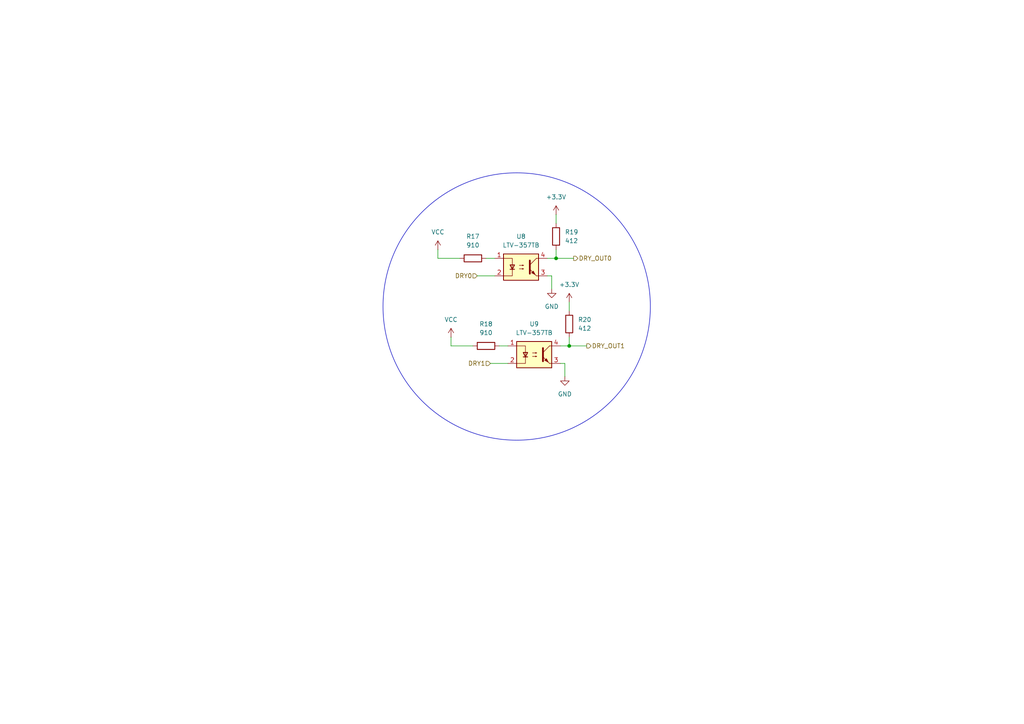
<source format=kicad_sch>
(kicad_sch (version 20250114) (generator "eeschema") (generator_version "9.0")
  (paper "A4")
  (lib_symbols
    (symbol "Device:R" (pin_numbers (hide yes)) (pin_names (offset 0))
      (property "Reference" "R" (at 2.032 0 90))
      (property "Value" "R" (at 0 0 90))
      (symbol "R_0_1"
        (rectangle (start -1.016 -2.54) (end 1.016 2.54) (stroke (width 0.254)))
      )
      (symbol "R_1_1"
        (pin passive line (at 0 3.81 270) (length 1.27) (name "~") (number "1"))
        (pin passive line (at 0 -3.81 90) (length 1.27) (name "~") (number "2"))
      )
    )
    (symbol "Isolator:LTV-357T" (pin_names (offset 1.016))
      (property "Reference" "U" (at -5.334 4.826 0))
      (property "Value" "LTV-357T" (at 0 5.08 0))
      (symbol "LTV-357T_0_1"
        (rectangle (start -5.08 3.81) (end 5.08 -3.81) (stroke (width 0.254)) (fill (type background)))
        (polyline (pts (xy -5.08 2.54) (xy -2.54 2.54) (xy -2.54 -0.762)))
        (polyline (pts (xy -3.175 -0.635) (xy -1.905 -0.635)) (stroke (width 0.254)))
        (polyline (pts (xy -2.54 -0.635) (xy -2.54 -2.54) (xy -5.08 -2.54)))
        (polyline (pts (xy -2.54 -0.635) (xy -3.175 0.635) (xy -1.905 0.635) (xy -2.54 -0.635)) (stroke (width 0.254)))
        (polyline (pts (xy -0.508 0.508) (xy 0.762 0.508) (xy 0.381 0.381) (xy 0.381 0.635) (xy 0.762 0.508)))
        (polyline (pts (xy -0.508 -0.508) (xy 0.762 -0.508) (xy 0.381 -0.635) (xy 0.381 -0.381) (xy 0.762 -0.508)))
        (polyline (pts (xy 2.54 1.905) (xy 2.54 -1.905) (xy 2.54 -1.905)) (stroke (width 0.508)))
        (polyline (pts (xy 2.54 0.635) (xy 4.445 2.54)))
        (polyline (pts (xy 3.048 -1.651) (xy 3.556 -1.143) (xy 4.064 -2.159) (xy 3.048 -1.651) (xy 3.048 -1.651)) (fill (type outline)))
        (polyline (pts (xy 4.445 2.54) (xy 5.08 2.54)))
        (polyline (pts (xy 4.445 -2.54) (xy 2.54 -0.635)) (fill (type outline)))
        (polyline (pts (xy 4.445 -2.54) (xy 5.08 -2.54)))
      )
      (symbol "LTV-357T_1_1"
        (pin passive line (at -7.62 2.54 0) (length 2.54) (name "~") (number "1"))
        (pin passive line (at -7.62 -2.54 0) (length 2.54) (name "~") (number "2"))
        (pin passive line (at 7.62 2.54 180) (length 2.54) (name "~") (number "4"))
        (pin passive line (at 7.62 -2.54 180) (length 2.54) (name "~") (number "3"))
      )
    )
    (symbol "power:+3.3V" (power) (pin_numbers (hide yes)) (pin_names (offset 0) (hide yes))
      (property "Value" "+3.3V" (at 0 3.556 0))
      (symbol "+3.3V_0_1"
        (polyline (pts (xy -0.762 1.27) (xy 0 2.54)))
        (polyline (pts (xy 0 2.54) (xy 0.762 1.27)))
        (polyline (pts (xy 0 0) (xy 0 2.54)))
      )
      (symbol "+3.3V_1_1"
        (pin power_in line (at 0 0 90) (length 0) (name "~") (number "1"))
      )
    )
    (symbol "power:GND" (power) (pin_numbers (hide yes)) (pin_names (offset 0) (hide yes))
      (property "Value" "GND" (at 0 -3.81 0))
      (symbol "GND_0_1"
        (polyline (pts (xy 0 0) (xy 0 -1.27) (xy 1.27 -1.27) (xy 0 -2.54) (xy -1.27 -1.27) (xy 0 -1.27)))
      )
      (symbol "GND_1_1"
        (pin power_in line (at 0 0 270) (length 0) (name "~") (number "1"))
      )
    )
    (symbol "power:VCC" (power) (pin_numbers (hide yes)) (pin_names (offset 0) (hide yes))
      (property "Value" "VCC" (at 0 3.556 0))
      (symbol "VCC_0_1"
        (polyline (pts (xy -0.762 1.27) (xy 0 2.54)))
        (polyline (pts (xy 0 2.54) (xy 0.762 1.27)))
        (polyline (pts (xy 0 0) (xy 0 2.54)))
      )
      (symbol "VCC_1_1"
        (pin power_in line (at 0 0 90) (length 0) (name "~") (number "1"))
      )
    )
  )
  (circle (center 149.86 88.9) (radius 38.7714))
  (junction (at 165.1 100.33))
  (junction (at 161.29 74.93))
  (wire (pts (xy 165.1 100.33) (xy 170.18 100.33)))
  (wire (pts (xy 127 74.93) (xy 133.35 74.93)))
  (wire (pts (xy 130.81 100.33) (xy 137.16 100.33)))
  (wire (pts (xy 161.29 62.23) (xy 161.29 64.77)))
  (wire (pts (xy 144.78 100.33) (xy 147.32 100.33)))
  (wire (pts (xy 161.29 74.93) (xy 161.29 72.39)))
  (wire (pts (xy 138.43 80.01) (xy 143.51 80.01)))
  (wire (pts (xy 140.97 74.93) (xy 143.51 74.93)))
  (wire (pts (xy 130.81 97.79) (xy 130.81 100.33)))
  (wire (pts (xy 127 72.39) (xy 127 74.93)))
  (wire (pts (xy 163.83 109.22) (xy 163.83 105.41)))
  (wire (pts (xy 158.75 74.93) (xy 161.29 74.93)))
  (wire (pts (xy 162.56 100.33) (xy 165.1 100.33)))
  (wire (pts (xy 142.24 105.41) (xy 147.32 105.41)))
  (wire (pts (xy 160.02 83.82) (xy 160.02 80.01)))
  (wire (pts (xy 161.29 74.93) (xy 166.37 74.93)))
  (wire (pts (xy 163.83 105.41) (xy 162.56 105.41)))
  (wire (pts (xy 165.1 87.63) (xy 165.1 90.17)))
  (wire (pts (xy 160.02 80.01) (xy 158.75 80.01)))
  (wire (pts (xy 165.1 100.33) (xy 165.1 97.79)))
  (hierarchical_label "DRY_OUT0" (shape output) (at 166.37 74.93 0))
  (hierarchical_label "DRY1" (shape input) (at 142.24 105.41 180))
  (hierarchical_label "DRY_OUT1" (shape output) (at 170.18 100.33 0))
  (hierarchical_label "DRY0" (shape input) (at 138.43 80.01 180))
  (symbol (lib_id "Device:R") (at 161.29 68.58 180) (unit 1)
    (property "Reference" "R19" (at 163.83 67.3099 0) (effects (justify right)))
    (property "Value" "412" (at 163.83 69.8499 0) (effects (justify right)))
    (property "Footprint" "Resistor_SMD:R_0603_1608Metric" (effects (hide yes)))
    (property "Description" "Resistor" (effects (hide yes)))
    (instances (project "NIVARA" (path "" (reference "R19") (unit 1))) (project "NIVARA_ZorionX_BOARD" (path "" (reference "R?") (unit 1))))
  )
  (symbol (lib_id "power:+3.3V") (at 161.29 62.23 0) (unit 1)
    (property "Reference" "#PWR046" (effects (hide yes)))
    (property "Value" "+3.3V" (at 161.29 57.15 0))
    (property "Description" "Power symbol creates a global label with name \"+3.3V\"" (effects (hide yes)))
    (instances (project "NIVARA" (path "" (reference "#PWR046") (unit 1))) (project "NIVARA_ZorionX_BOARD" (path "" (reference "#PWR?") (unit 1))))
  )
  (symbol (lib_id "power:+3.3V") (at 165.1 87.63 0) (unit 1)
    (property "Reference" "#PWR048" (effects (hide yes)))
    (property "Value" "+3.3V" (at 165.1 82.55 0))
    (property "Description" "Power symbol creates a global label with name \"+3.3V\"" (effects (hide yes)))
    (instances (project "NIVARA" (path "" (reference "#PWR048") (unit 1))) (project "NIVARA_ZorionX_BOARD" (path "" (reference "#PWR?") (unit 1))))
  )
  (symbol (lib_id "power:VCC") (at 127 72.39 0) (unit 1)
    (property "Reference" "#PWR043" (effects (hide yes)))
    (property "Value" "VCC" (at 127 67.31 0))
    (property "Description" "Power symbol creates a global label with name \"VCC\"" (effects (hide yes)))
    (instances (project "" (path "" (reference "#PWR043") (unit 1))) (project "NIVARA_ZorionX_BOARD" (path "" (reference "#PWR?") (unit 1))))
  )
  (symbol (lib_id "Isolator:LTV-357T") (at 151.13 77.47 0) (unit 1)
    (property "Reference" "U8" (at 151.13 68.58 0))
    (property "Value" "LTV-357TB" (at 151.13 71.12 0))
    (property "Footprint" "Package_SO:SO-4_4.4x3.6mm_P2.54mm" (effects (hide yes)))
    (property "Datasheet" "https://www.buerklin.com/medias/sys_master/download/download/h91/ha0/8892020588574.pdf" (effects (hide yes)))
    (property "Description" "DC Optocoupler, Vce 35V, CTR 50%, SO-4" (effects (hide yes)))
    (instances (project "NIVARA" (path "" (reference "U8") (unit 1))) (project "NIVARA_ZorionX_BOARD" (path "" (reference "U?") (unit 1))))
  )
  (symbol (lib_id "Device:R") (at 165.1 93.98 180) (unit 1)
    (property "Reference" "R20" (at 167.64 92.7099 0) (effects (justify right)))
    (property "Value" "412" (at 167.64 95.2499 0) (effects (justify right)))
    (property "Footprint" "Resistor_SMD:R_0603_1608Metric" (effects (hide yes)))
    (property "Description" "Resistor" (effects (hide yes)))
    (instances (project "NIVARA" (path "" (reference "R20") (unit 1))) (project "NIVARA_ZorionX_BOARD" (path "" (reference "R?") (unit 1))))
  )
  (symbol (lib_id "Device:R") (at 137.16 74.93 90) (unit 1)
    (property "Reference" "R17" (at 137.16 68.58 90))
    (property "Value" "910" (at 137.16 71.12 90))
    (property "Footprint" "Resistor_SMD:R_0603_1608Metric" (effects (hide yes)))
    (property "Description" "Resistor" (effects (hide yes)))
    (property "LCSC#" "C114670" (effects (hide yes)))
    (instances (project "NIVARA" (path "" (reference "R17") (unit 1))) (project "NIVARA_ZorionX_BOARD" (path "" (reference "R?") (unit 1))))
  )
  (symbol (lib_id "Device:R") (at 140.97 100.33 90) (unit 1)
    (property "Reference" "R18" (at 140.97 93.98 90))
    (property "Value" "910" (at 140.97 96.52 90))
    (property "Footprint" "Resistor_SMD:R_0603_1608Metric" (effects (hide yes)))
    (property "Description" "Resistor" (effects (hide yes)))
    (property "LCSC#" "C114670" (effects (hide yes)))
    (instances (project "NIVARA" (path "" (reference "R18") (unit 1))) (project "NIVARA_ZorionX_BOARD" (path "" (reference "R?") (unit 1))))
  )
  (symbol (lib_id "power:GND") (at 160.02 83.82 0) (unit 1)
    (property "Reference" "#PWR045" (effects (hide yes)))
    (property "Value" "GND" (at 160.02 88.9 0))
    (property "Description" "Power symbol creates a global label with name \"GND\" , ground" (effects (hide yes)))
    (instances (project "NIVARA" (path "" (reference "#PWR045") (unit 1))) (project "NIVARA_ZorionX_BOARD" (path "" (reference "#PWR?") (unit 1))))
  )
  (symbol (lib_id "power:GND") (at 163.83 109.22 0) (unit 1)
    (property "Reference" "#PWR047" (effects (hide yes)))
    (property "Value" "GND" (at 163.83 114.3 0))
    (property "Description" "Power symbol creates a global label with name \"GND\" , ground" (effects (hide yes)))
    (instances (project "NIVARA" (path "" (reference "#PWR047") (unit 1))) (project "NIVARA_ZorionX_BOARD" (path "" (reference "#PWR?") (unit 1))))
  )
  (symbol (lib_id "Isolator:LTV-357T") (at 154.94 102.87 0) (unit 1)
    (property "Reference" "U9" (at 154.94 93.98 0))
    (property "Value" "LTV-357TB" (at 154.94 96.52 0))
    (property "Footprint" "Package_SO:SO-4_4.4x3.6mm_P2.54mm" (effects (hide yes)))
    (property "Datasheet" "https://www.buerklin.com/medias/sys_master/download/download/h91/ha0/8892020588574.pdf" (effects (hide yes)))
    (property "Description" "DC Optocoupler, Vce 35V, CTR 50%, SO-4" (effects (hide yes)))
    (instances (project "NIVARA" (path "" (reference "U9") (unit 1))) (project "NIVARA_ZorionX_BOARD" (path "" (reference "U?") (unit 1))))
  )
  (symbol (lib_id "power:VCC") (at 130.81 97.79 0) (unit 1)
    (property "Reference" "#PWR044" (effects (hide yes)))
    (property "Value" "VCC" (at 130.81 92.71 0))
    (property "Description" "Power symbol creates a global label with name \"VCC\"" (effects (hide yes)))
    (instances (project "NIVARA" (path "" (reference "#PWR044") (unit 1))) (project "NIVARA_ZorionX_BOARD" (path "" (reference "#PWR?") (unit 1))))
  )
)
</source>
